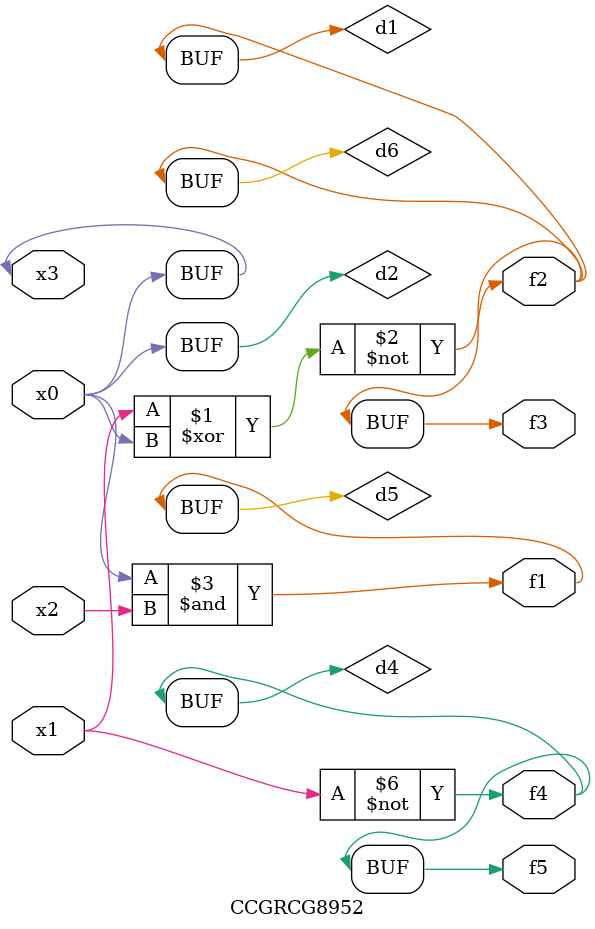
<source format=v>
module CCGRCG8952(
	input x0, x1, x2, x3,
	output f1, f2, f3, f4, f5
);

	wire d1, d2, d3, d4, d5, d6;

	xnor (d1, x1, x3);
	buf (d2, x0, x3);
	nand (d3, x0, x2);
	not (d4, x1);
	nand (d5, d3);
	or (d6, d1);
	assign f1 = d5;
	assign f2 = d6;
	assign f3 = d6;
	assign f4 = d4;
	assign f5 = d4;
endmodule

</source>
